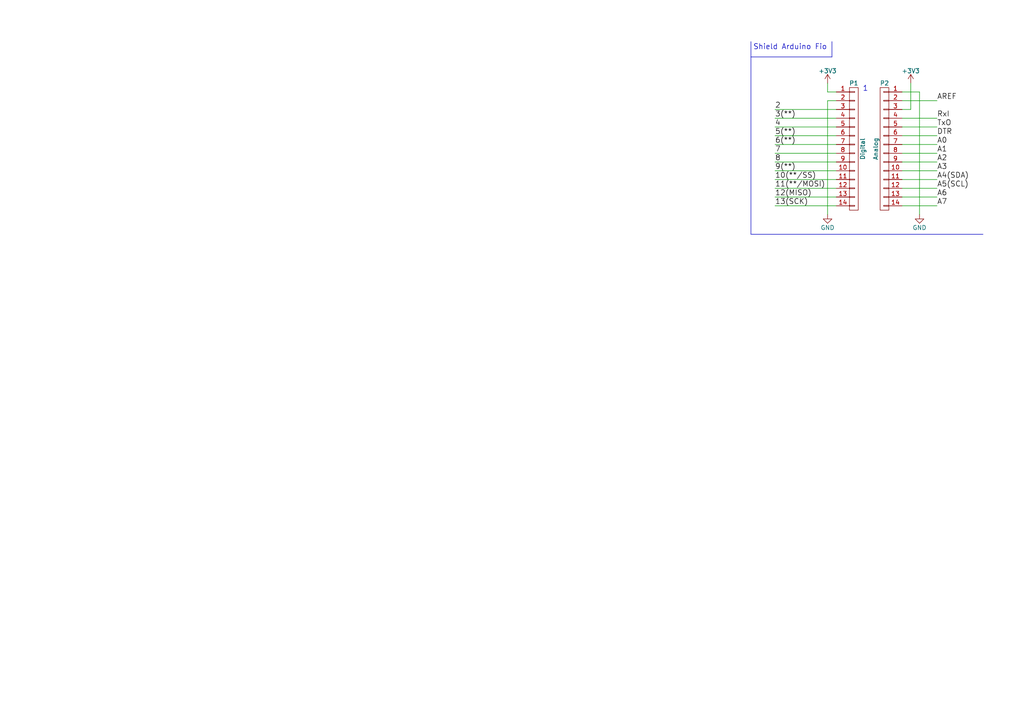
<source format=kicad_sch>
(kicad_sch (version 20230121) (generator eeschema)
  (paper "A4")
  (title_block (date "sam. 04 avril 2015"))
  (lib_symbols
    (symbol "Arduino_Fio-rescue:+3.3V" (power) (pin_names (offset 0))
      (property "Value" "+3.3V" (at 0 3.556 0))
      (symbol "+3.3V_0_1"
        (polyline (pts (xy -0.762 1.27) (xy 0 2.54)))
        (polyline (pts (xy 0 0) (xy 0 2.54)))
        (polyline (pts (xy 0 2.54) (xy 0.762 1.27)))
      )
      (symbol "+3.3V_1_1"
        (pin power_in line (at 0 0 90) (length 0) hide (name "+3V3") (number "1"))
      )
    )
    (symbol "Arduino_Fio-rescue:CONN_01X14" (pin_names (offset 1.016) hide)
      (property "Reference" "P" (at 0 19.05 0))
      (property "Value" "CONN_01X14" (at 2.54 0 90))
      (symbol "CONN_01X14_0_1"
        (rectangle (start -1.27 -16.383) (end 0.254 -16.637))
        (rectangle (start -1.27 -13.843) (end 0.254 -14.097))
        (rectangle (start -1.27 -11.303) (end 0.254 -11.557))
        (rectangle (start -1.27 -8.763) (end 0.254 -9.017))
        (rectangle (start -1.27 -6.223) (end 0.254 -6.477))
        (rectangle (start -1.27 -3.683) (end 0.254 -3.937))
        (rectangle (start -1.27 -1.143) (end 0.254 -1.397))
        (rectangle (start -1.27 1.397) (end 0.254 1.143))
        (rectangle (start -1.27 3.937) (end 0.254 3.683))
        (rectangle (start -1.27 6.477) (end 0.254 6.223))
        (rectangle (start -1.27 9.017) (end 0.254 8.763))
        (rectangle (start -1.27 11.557) (end 0.254 11.303))
        (rectangle (start -1.27 14.097) (end 0.254 13.843))
        (rectangle (start -1.27 16.637) (end 0.254 16.383))
        (rectangle (start -1.27 17.78) (end 1.27 -17.78))
      )
      (symbol "CONN_01X14_1_1"
        (pin passive line (at -5.08 16.51 0) (length 3.81) (name "P1") (number "1"))
        (pin passive line (at -5.08 -6.35 0) (length 3.81) (name "P10") (number "10"))
        (pin passive line (at -5.08 -8.89 0) (length 3.81) (name "P11") (number "11"))
        (pin passive line (at -5.08 -11.43 0) (length 3.81) (name "P12") (number "12"))
        (pin passive line (at -5.08 -13.97 0) (length 3.81) (name "P13") (number "13"))
        (pin passive line (at -5.08 -16.51 0) (length 3.81) (name "P14") (number "14"))
        (pin passive line (at -5.08 13.97 0) (length 3.81) (name "P2") (number "2"))
        (pin passive line (at -5.08 11.43 0) (length 3.81) (name "P3") (number "3"))
        (pin passive line (at -5.08 8.89 0) (length 3.81) (name "P4") (number "4"))
        (pin passive line (at -5.08 6.35 0) (length 3.81) (name "P5") (number "5"))
        (pin passive line (at -5.08 3.81 0) (length 3.81) (name "P6") (number "6"))
        (pin passive line (at -5.08 1.27 0) (length 3.81) (name "P7") (number "7"))
        (pin passive line (at -5.08 -1.27 0) (length 3.81) (name "P8") (number "8"))
        (pin passive line (at -5.08 -3.81 0) (length 3.81) (name "P9") (number "9"))
      )
    )
    (symbol "Arduino_Fio-rescue:GND" (power) (pin_names (offset 0))
      (property "Value" "GND" (at 0 -3.81 0))
      (symbol "GND_0_1"
        (polyline (pts (xy 0 0) (xy 0 -1.27) (xy 1.27 -1.27) (xy 0 -2.54) (xy -1.27 -1.27) (xy 0 -1.27)))
      )
      (symbol "GND_1_1"
        (pin power_in line (at 0 0 270) (length 0) hide (name "GND") (number "1"))
      )
    )
  )
  (wire (pts (xy 271.78 36.83) (xy 261.62 36.83)))
  (wire (pts (xy 261.62 31.75) (xy 264.16 31.75)))
  (wire (pts (xy 242.57 59.69) (xy 224.79 59.69)))
  (wire (pts (xy 271.78 39.37) (xy 261.62 39.37)))
  (wire (pts (xy 271.78 57.15) (xy 261.62 57.15)))
  (wire (pts (xy 261.62 29.21) (xy 271.78 29.21)))
  (wire (pts (xy 261.62 26.67) (xy 266.7 26.67)))
  (wire (pts (xy 224.79 46.99) (xy 242.57 46.99)))
  (wire (pts (xy 242.57 29.21) (xy 240.03 29.21)))
  (wire (pts (xy 271.78 49.53) (xy 261.62 49.53)))
  (wire (pts (xy 261.62 54.61) (xy 271.78 54.61)))
  (wire (pts (xy 242.57 26.67) (xy 240.03 26.67)))
  (polyline (pts (xy 217.805 67.945) (xy 285.115 67.945)))
  (wire (pts (xy 261.62 44.45) (xy 271.78 44.45)))
  (wire (pts (xy 224.79 52.07) (xy 242.57 52.07)))
  (wire (pts (xy 224.79 31.75) (xy 242.57 31.75)))
  (wire (pts (xy 224.79 54.61) (xy 242.57 54.61)))
  (wire (pts (xy 264.16 31.75) (xy 264.16 24.13)))
  (wire (pts (xy 224.79 36.83) (xy 242.57 36.83)))
  (wire (pts (xy 240.03 29.21) (xy 240.03 62.23)))
  (wire (pts (xy 242.57 49.53) (xy 224.79 49.53)))
  (wire (pts (xy 271.78 59.69) (xy 261.62 59.69)))
  (wire (pts (xy 271.78 52.07) (xy 261.62 52.07)))
  (wire (pts (xy 224.79 57.15) (xy 242.57 57.15)))
  (wire (pts (xy 242.57 39.37) (xy 224.79 39.37)))
  (wire (pts (xy 271.78 41.91) (xy 261.62 41.91)))
  (wire (pts (xy 240.03 26.67) (xy 240.03 24.13)))
  (wire (pts (xy 266.7 26.67) (xy 266.7 62.23)))
  (polyline (pts (xy 217.805 12.065) (xy 217.805 67.945)))
  (wire (pts (xy 271.78 34.29) (xy 261.62 34.29)))
  (polyline (pts (xy 241.3 16.51) (xy 241.3 12.065)))
  (wire (pts (xy 224.79 44.45) (xy 242.57 44.45)))
  (wire (pts (xy 224.79 41.91) (xy 242.57 41.91)))
  (polyline (pts (xy 217.805 16.51) (xy 241.3 16.51)))
  (wire (pts (xy 271.78 46.99) (xy 261.62 46.99)))
  (wire (pts (xy 224.79 34.29) (xy 242.57 34.29)))
  (text "1" (at 250.19 26.67 0) (effects (font (size 1.524 1.524)) (justify left bottom)))
  (text "Shield Arduino Fio " (at 218.44 14.605 0) (effects (font (size 1.524 1.524)) (justify left bottom)))
  (label "7" (at 224.79 44.45 0) (effects (font (size 1.524 1.524))))
  (label "TxO" (at 271.78 36.83 0) (effects (font (size 1.524 1.524))))
  (label "9(**)" (at 224.79 49.53 0) (effects (font (size 1.524 1.524))))
  (label "A0" (at 271.78 41.91 0) (effects (font (size 1.524 1.524))))
  (label "A4(SDA)" (at 271.78 52.07 0) (effects (font (size 1.524 1.524))))
  (label "5(**)" (at 224.79 39.37 0) (effects (font (size 1.524 1.524))))
  (label "8" (at 224.79 46.99 0) (effects (font (size 1.524 1.524))))
  (label "RxI" (at 271.78 34.29 0) (effects (font (size 1.524 1.524))))
  (label "13(SCK)" (at 224.79 59.69 0) (effects (font (size 1.524 1.524))))
  (label "A7" (at 271.78 59.69 0) (effects (font (size 1.524 1.524))))
  (label "DTR" (at 271.78 39.37 0) (effects (font (size 1.524 1.524))))
  (label "4" (at 224.79 36.83 0) (effects (font (size 1.524 1.524))))
  (label "11(**/MOSI)" (at 224.79 54.61 0) (effects (font (size 1.524 1.524))))
  (label "A5(SCL)" (at 271.78 54.61 0) (effects (font (size 1.524 1.524))))
  (label "3(**)" (at 224.79 34.29 0) (effects (font (size 1.524 1.524))))
  (label "A6" (at 271.78 57.15 0) (effects (font (size 1.524 1.524))))
  (label "A3" (at 271.78 49.53 0) (effects (font (size 1.524 1.524))))
  (label "2" (at 224.79 31.75 0) (effects (font (size 1.524 1.524))))
  (label "10(**/SS)" (at 224.79 52.07 0) (effects (font (size 1.524 1.524))))
  (label "12(MISO)" (at 224.79 57.15 0) (effects (font (size 1.524 1.524))))
  (label "6(**)" (at 224.79 41.91 0) (effects (font (size 1.524 1.524))))
  (label "AREF" (at 271.78 29.21 0) (effects (font (size 1.524 1.524))))
  (label "A1" (at 271.78 44.45 0) (effects (font (size 1.524 1.524))))
  (label "A2" (at 271.78 46.99 0) (effects (font (size 1.524 1.524))))
  (symbol (lib_id "Arduino_Fio-rescue:CONN_01X14") (at 247.65 43.18 0) (unit 1)
    (property "Reference" "P1" (at 247.65 24.13 0))
    (property "Value" "Digital" (at 250.19 43.18 90))
    (property "Footprint" "Socket_Arduino_Fio:Socket_Strip_Straight_1x14" (effects hide))
  )
  (symbol (lib_id "Arduino_Fio-rescue:CONN_01X14") (at 256.54 43.18 0) (mirror y) (unit 1)
    (property "Reference" "P2" (at 256.54 24.13 0))
    (property "Value" "Analog" (at 254 43.18 90))
    (property "Footprint" "Socket_Arduino_Fio:Socket_Strip_Straight_1x14" (effects hide))
  )
  (symbol (lib_id "Arduino_Fio-rescue:+3.3V") (at 240.03 24.13 0) (unit 1)
    (property "Reference" "#PWR01" (effects hide))
    (property "Value" "+3.3V" (at 240.03 20.574 0))
  )
  (symbol (lib_id "Arduino_Fio-rescue:GND") (at 240.03 62.23 0) (unit 1)
    (property "Reference" "#PWR02" (effects hide))
    (property "Value" "GND" (at 240.03 66.04 0))
  )
  (symbol (lib_id "Arduino_Fio-rescue:+3.3V") (at 264.16 24.13 0) (unit 1)
    (property "Reference" "#PWR03" (effects hide))
    (property "Value" "+3.3V" (at 264.16 20.574 0))
  )
  (symbol (lib_id "Arduino_Fio-rescue:GND") (at 266.7 62.23 0) (unit 1)
    (property "Reference" "#PWR04" (effects hide))
    (property "Value" "GND" (at 266.7 66.04 0))
  )
)
</source>
